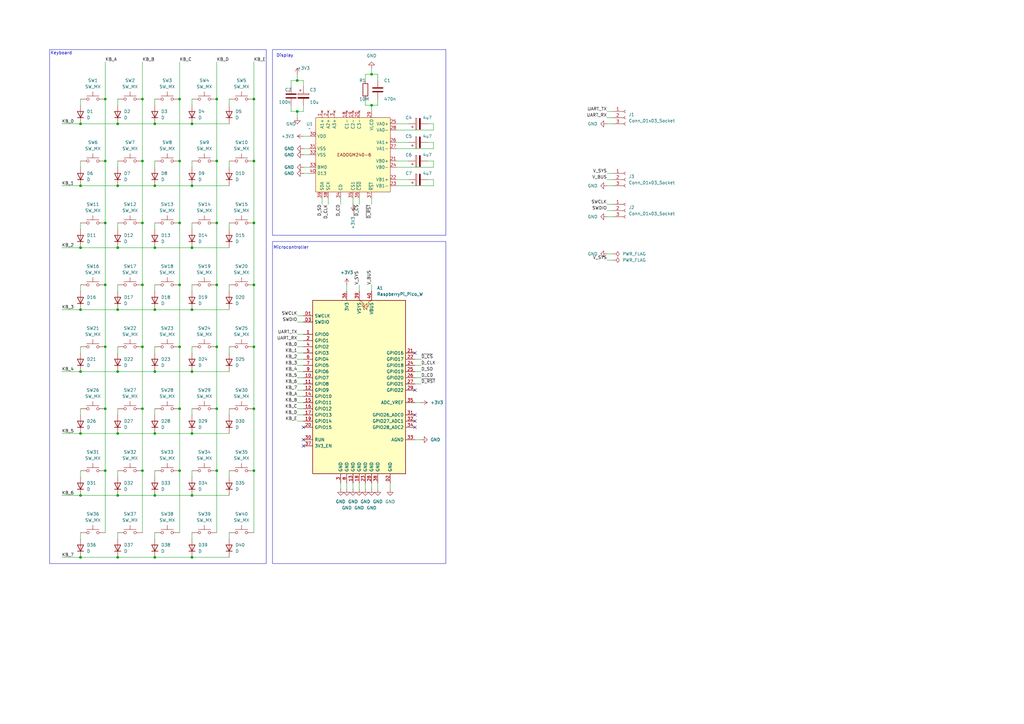
<source format=kicad_sch>
(kicad_sch (version 20231120) (generator "eeschema") (generator_version "8.0")
  (paper "A3")
  (title_block (title "Calculator") (date "2024-11-18") (rev "Rev 1.0") (company "Flavian Kaufmann"))
  (junction (at 78.74 127))
  (junction (at 152.4 43.18))
  (junction (at 43.18 167.64))
  (junction (at 58.42 91.44))
  (junction (at 78.74 203.2))
  (junction (at 63.5 152.4))
  (junction (at 73.66 91.44))
  (junction (at 33.02 50.8))
  (junction (at 58.42 66.04))
  (junction (at 43.18 91.44))
  (junction (at 48.26 152.4))
  (junction (at 43.18 142.24))
  (junction (at 48.26 127))
  (junction (at 104.14 167.64))
  (junction (at 104.14 66.04))
  (junction (at 88.9 193.04))
  (junction (at 78.74 50.8))
  (junction (at 58.42 40.64))
  (junction (at 63.5 101.6))
  (junction (at 58.42 193.04))
  (junction (at 78.74 228.6))
  (junction (at 63.5 127))
  (junction (at 33.02 177.8))
  (junction (at 78.74 152.4))
  (junction (at 88.9 66.04))
  (junction (at 58.42 167.64))
  (junction (at 33.02 152.4))
  (junction (at 58.42 116.84))
  (junction (at 43.18 116.84))
  (junction (at 43.18 40.64))
  (junction (at 43.18 66.04))
  (junction (at 33.02 203.2))
  (junction (at 63.5 50.8))
  (junction (at 104.14 40.64))
  (junction (at 88.9 91.44))
  (junction (at 33.02 228.6))
  (junction (at 73.66 193.04))
  (junction (at 48.26 50.8))
  (junction (at 73.66 142.24))
  (junction (at 152.4 30.48))
  (junction (at 63.5 76.2))
  (junction (at 121.92 45.72))
  (junction (at 58.42 142.24))
  (junction (at 73.66 66.04))
  (junction (at 104.14 91.44))
  (junction (at 88.9 142.24))
  (junction (at 43.18 193.04))
  (junction (at 63.5 177.8))
  (junction (at 33.02 76.2))
  (junction (at 88.9 167.64))
  (junction (at 88.9 116.84))
  (junction (at 48.26 228.6))
  (junction (at 73.66 167.64))
  (junction (at 73.66 40.64))
  (junction (at 63.5 228.6))
  (junction (at 48.26 76.2))
  (junction (at 73.66 116.84))
  (junction (at 121.92 33.02))
  (junction (at 33.02 101.6))
  (junction (at 48.26 101.6))
  (junction (at 88.9 40.64))
  (junction (at 33.02 127))
  (junction (at 48.26 203.2))
  (junction (at 104.14 193.04))
  (junction (at 48.26 177.8))
  (junction (at 63.5 203.2))
  (junction (at 104.14 142.24))
  (junction (at 104.14 116.84))
  (junction (at 78.74 76.2))
  (junction (at 78.74 177.8))
  (junction (at 78.74 101.6))
  (no_connect (at 124.46 175.26))
  (no_connect (at 124.46 182.88))
  (no_connect (at 170.18 144.78))
  (no_connect (at 170.18 160.02))
  (no_connect (at 170.18 175.26))
  (no_connect (at 170.18 172.72))
  (no_connect (at 170.18 170.18))
  (no_connect (at 124.46 180.34))
  (wire (pts (xy 121.92 162.56) (xy 124.46 162.56)))
  (wire (pts (xy 248.92 88.9) (xy 251.46 88.9)))
  (wire (pts (xy 63.5 91.44) (xy 63.5 93.98)))
  (wire (pts (xy 88.9 142.24) (xy 88.9 167.64)))
  (wire (pts (xy 121.92 132.08) (xy 124.46 132.08)))
  (wire (pts (xy 93.98 142.24) (xy 93.98 144.78)))
  (wire (pts (xy 48.26 193.04) (xy 48.26 195.58)))
  (wire (pts (xy 33.02 76.2) (xy 48.26 76.2)))
  (wire (pts (xy 170.18 157.48) (xy 172.72 157.48)))
  (wire (pts (xy 170.18 180.34) (xy 172.72 180.34)))
  (wire (pts (xy 58.42 142.24) (xy 58.42 167.64)))
  (wire (pts (xy 25.4 50.8) (xy 33.02 50.8)))
  (wire (pts (xy 154.94 43.18) (xy 152.4 43.18)))
  (wire (pts (xy 33.02 193.04) (xy 33.02 195.58)))
  (wire (pts (xy 48.26 167.64) (xy 48.26 170.18)))
  (wire (pts (xy 144.78 198.12) (xy 144.78 200.66)))
  (wire (pts (xy 48.26 66.04) (xy 48.26 68.58)))
  (wire (pts (xy 33.02 177.8) (xy 48.26 177.8)))
  (wire (pts (xy 119.38 33.02) (xy 121.92 33.02)))
  (wire (pts (xy 48.26 228.6) (xy 63.5 228.6)))
  (wire (pts (xy 88.9 193.04) (xy 88.9 218.44)))
  (wire (pts (xy 78.74 167.64) (xy 78.74 170.18)))
  (wire (pts (xy 121.92 137.16) (xy 124.46 137.16)))
  (wire (pts (xy 104.14 167.64) (xy 104.14 193.04)))
  (wire (pts (xy 78.74 76.2) (xy 93.98 76.2)))
  (wire (pts (xy 43.18 25.4) (xy 43.18 40.64)))
  (wire (pts (xy 58.42 40.64) (xy 58.42 66.04)))
  (wire (pts (xy 88.9 91.44) (xy 88.9 116.84)))
  (wire (pts (xy 43.18 167.64) (xy 43.18 193.04)))
  (wire (pts (xy 73.66 25.4) (xy 73.66 40.64)))
  (wire (pts (xy 88.9 116.84) (xy 88.9 142.24)))
  (wire (pts (xy 43.18 40.64) (xy 43.18 66.04)))
  (wire (pts (xy 124.46 60.96) (xy 127 60.96)))
  (wire (pts (xy 33.02 40.64) (xy 33.02 43.18)))
  (wire (pts (xy 177.8 60.96) (xy 162.56 60.96)))
  (wire (pts (xy 63.5 127) (xy 78.74 127)))
  (wire (pts (xy 149.86 40.64) (xy 149.86 43.18)))
  (wire (pts (xy 177.8 66.04) (xy 177.8 68.58)))
  (wire (pts (xy 119.38 43.18) (xy 119.38 45.72)))
  (wire (pts (xy 88.9 167.64) (xy 88.9 193.04)))
  (wire (pts (xy 25.4 203.2) (xy 33.02 203.2)))
  (wire (pts (xy 73.66 142.24) (xy 73.66 167.64)))
  (wire (pts (xy 248.92 86.36) (xy 251.46 86.36)))
  (wire (pts (xy 48.26 91.44) (xy 48.26 93.98)))
  (wire (pts (xy 33.02 127) (xy 48.26 127)))
  (wire (pts (xy 48.26 142.24) (xy 48.26 144.78)))
  (wire (pts (xy 58.42 25.4) (xy 58.42 40.64)))
  (wire (pts (xy 33.02 101.6) (xy 48.26 101.6)))
  (wire (pts (xy 25.4 76.2) (xy 33.02 76.2)))
  (wire (pts (xy 33.02 50.8) (xy 48.26 50.8)))
  (wire (pts (xy 93.98 40.64) (xy 93.98 43.18)))
  (wire (pts (xy 33.02 91.44) (xy 33.02 93.98)))
  (wire (pts (xy 63.5 228.6) (xy 78.74 228.6)))
  (wire (pts (xy 121.92 172.72) (xy 124.46 172.72)))
  (wire (pts (xy 248.92 83.82) (xy 251.46 83.82)))
  (wire (pts (xy 48.26 76.2) (xy 63.5 76.2)))
  (wire (pts (xy 93.98 167.64) (xy 93.98 170.18)))
  (wire (pts (xy 121.92 167.64) (xy 124.46 167.64)))
  (wire (pts (xy 93.98 91.44) (xy 93.98 93.98)))
  (wire (pts (xy 93.98 66.04) (xy 93.98 68.58)))
  (wire (pts (xy 121.92 45.72) (xy 121.92 48.26)))
  (wire (pts (xy 78.74 101.6) (xy 93.98 101.6)))
  (wire (pts (xy 121.92 144.78) (xy 124.46 144.78)))
  (wire (pts (xy 175.26 66.04) (xy 177.8 66.04)))
  (wire (pts (xy 124.46 71.12) (xy 127 71.12)))
  (wire (pts (xy 152.4 81.28) (xy 152.4 83.82)))
  (wire (pts (xy 58.42 66.04) (xy 58.42 91.44)))
  (wire (pts (xy 104.14 142.24) (xy 104.14 167.64)))
  (wire (pts (xy 104.14 116.84) (xy 104.14 142.24)))
  (wire (pts (xy 104.14 25.4) (xy 104.14 40.64)))
  (wire (pts (xy 149.86 43.18) (xy 152.4 43.18)))
  (wire (pts (xy 124.46 33.02) (xy 124.46 35.56)))
  (wire (pts (xy 78.74 50.8) (xy 93.98 50.8)))
  (wire (pts (xy 33.02 203.2) (xy 48.26 203.2)))
  (wire (pts (xy 121.92 154.94) (xy 124.46 154.94)))
  (wire (pts (xy 121.92 30.48) (xy 121.92 33.02)))
  (wire (pts (xy 248.92 104.14) (xy 251.46 104.14)))
  (wire (pts (xy 48.26 218.44) (xy 48.26 220.98)))
  (wire (pts (xy 139.7 198.12) (xy 139.7 200.66)))
  (wire (pts (xy 248.92 45.72) (xy 251.46 45.72)))
  (wire (pts (xy 78.74 142.24) (xy 78.74 144.78)))
  (wire (pts (xy 175.26 73.66) (xy 177.8 73.66)))
  (wire (pts (xy 78.74 116.84) (xy 78.74 119.38)))
  (wire (pts (xy 177.8 58.42) (xy 177.8 60.96)))
  (wire (pts (xy 104.14 40.64) (xy 104.14 66.04)))
  (wire (pts (xy 170.18 147.32) (xy 172.72 147.32)))
  (wire (pts (xy 88.9 25.4) (xy 88.9 40.64)))
  (wire (pts (xy 73.66 66.04) (xy 73.66 91.44)))
  (wire (pts (xy 78.74 193.04) (xy 78.74 195.58)))
  (wire (pts (xy 43.18 66.04) (xy 43.18 91.44)))
  (wire (pts (xy 63.5 142.24) (xy 63.5 144.78)))
  (wire (pts (xy 175.26 50.8) (xy 177.8 50.8)))
  (wire (pts (xy 121.92 139.7) (xy 124.46 139.7)))
  (wire (pts (xy 63.5 101.6) (xy 78.74 101.6)))
  (wire (pts (xy 124.46 55.88) (xy 127 55.88)))
  (wire (pts (xy 48.26 203.2) (xy 63.5 203.2)))
  (wire (pts (xy 170.18 165.1) (xy 172.72 165.1)))
  (wire (pts (xy 121.92 160.02) (xy 124.46 160.02)))
  (wire (pts (xy 88.9 40.64) (xy 88.9 66.04)))
  (wire (pts (xy 142.24 116.84) (xy 142.24 119.38)))
  (wire (pts (xy 177.8 50.8) (xy 177.8 53.34)))
  (wire (pts (xy 154.94 40.64) (xy 154.94 43.18)))
  (wire (pts (xy 58.42 167.64) (xy 58.42 193.04)))
  (wire (pts (xy 33.02 218.44) (xy 33.02 220.98)))
  (wire (pts (xy 248.92 106.68) (xy 251.46 106.68)))
  (wire (pts (xy 248.92 76.2) (xy 251.46 76.2)))
  (wire (pts (xy 63.5 40.64) (xy 63.5 43.18)))
  (wire (pts (xy 25.4 101.6) (xy 33.02 101.6)))
  (wire (pts (xy 78.74 177.8) (xy 93.98 177.8)))
  (wire (pts (xy 93.98 218.44) (xy 93.98 220.98)))
  (wire (pts (xy 121.92 165.1) (xy 124.46 165.1)))
  (wire (pts (xy 33.02 66.04) (xy 33.02 68.58)))
  (wire (pts (xy 152.4 27.94) (xy 152.4 30.48)))
  (wire (pts (xy 33.02 152.4) (xy 48.26 152.4)))
  (wire (pts (xy 121.92 152.4) (xy 124.46 152.4)))
  (wire (pts (xy 48.26 177.8) (xy 63.5 177.8)))
  (wire (pts (xy 63.5 193.04) (xy 63.5 195.58)))
  (wire (pts (xy 58.42 193.04) (xy 58.42 218.44)))
  (wire (pts (xy 48.26 116.84) (xy 48.26 119.38)))
  (wire (pts (xy 58.42 116.84) (xy 58.42 142.24)))
  (wire (pts (xy 33.02 142.24) (xy 33.02 144.78)))
  (wire (pts (xy 73.66 167.64) (xy 73.66 193.04)))
  (wire (pts (xy 119.38 35.56) (xy 119.38 33.02)))
  (wire (pts (xy 160.02 198.12) (xy 160.02 200.66)))
  (wire (pts (xy 121.92 157.48) (xy 124.46 157.48)))
  (wire (pts (xy 248.92 71.12) (xy 251.46 71.12)))
  (wire (pts (xy 152.4 43.18) (xy 152.4 45.72)))
  (wire (pts (xy 104.14 91.44) (xy 104.14 116.84)))
  (wire (pts (xy 43.18 91.44) (xy 43.18 116.84)))
  (wire (pts (xy 147.32 198.12) (xy 147.32 200.66)))
  (wire (pts (xy 124.46 63.5) (xy 127 63.5)))
  (wire (pts (xy 63.5 50.8) (xy 78.74 50.8)))
  (wire (pts (xy 63.5 152.4) (xy 78.74 152.4)))
  (wire (pts (xy 25.4 152.4) (xy 33.02 152.4)))
  (wire (pts (xy 170.18 154.94) (xy 172.72 154.94)))
  (wire (pts (xy 121.92 170.18) (xy 124.46 170.18)))
  (wire (pts (xy 25.4 127) (xy 33.02 127)))
  (wire (pts (xy 162.56 58.42) (xy 167.64 58.42)))
  (wire (pts (xy 25.4 228.6) (xy 33.02 228.6)))
  (wire (pts (xy 43.18 142.24) (xy 43.18 167.64)))
  (wire (pts (xy 78.74 203.2) (xy 93.98 203.2)))
  (wire (pts (xy 73.66 193.04) (xy 73.66 218.44)))
  (wire (pts (xy 73.66 40.64) (xy 73.66 66.04)))
  (wire (pts (xy 142.24 198.12) (xy 142.24 200.66)))
  (wire (pts (xy 63.5 177.8) (xy 78.74 177.8)))
  (wire (pts (xy 93.98 116.84) (xy 93.98 119.38)))
  (wire (pts (xy 78.74 218.44) (xy 78.74 220.98)))
  (wire (pts (xy 162.56 50.8) (xy 167.64 50.8)))
  (wire (pts (xy 104.14 66.04) (xy 104.14 91.44)))
  (wire (pts (xy 154.94 198.12) (xy 154.94 200.66)))
  (wire (pts (xy 149.86 30.48) (xy 152.4 30.48)))
  (wire (pts (xy 132.08 81.28) (xy 132.08 83.82)))
  (wire (pts (xy 124.46 45.72) (xy 124.46 43.18)))
  (wire (pts (xy 248.92 73.66) (xy 251.46 73.66)))
  (wire (pts (xy 93.98 193.04) (xy 93.98 195.58)))
  (wire (pts (xy 33.02 228.6) (xy 48.26 228.6)))
  (wire (pts (xy 121.92 149.86) (xy 124.46 149.86)))
  (wire (pts (xy 152.4 30.48) (xy 154.94 30.48)))
  (wire (pts (xy 63.5 218.44) (xy 63.5 220.98)))
  (wire (pts (xy 73.66 116.84) (xy 73.66 142.24)))
  (wire (pts (xy 177.8 76.2) (xy 162.56 76.2)))
  (wire (pts (xy 149.86 33.02) (xy 149.86 30.48)))
  (wire (pts (xy 134.62 81.28) (xy 134.62 83.82)))
  (wire (pts (xy 33.02 116.84) (xy 33.02 119.38)))
  (wire (pts (xy 63.5 76.2) (xy 78.74 76.2)))
  (wire (pts (xy 170.18 149.86) (xy 172.72 149.86)))
  (wire (pts (xy 152.4 116.84) (xy 152.4 119.38)))
  (wire (pts (xy 154.94 30.48) (xy 154.94 33.02)))
  (wire (pts (xy 78.74 91.44) (xy 78.74 93.98)))
  (wire (pts (xy 48.26 40.64) (xy 48.26 43.18)))
  (wire (pts (xy 177.8 68.58) (xy 162.56 68.58)))
  (wire (pts (xy 152.4 198.12) (xy 152.4 200.66)))
  (wire (pts (xy 119.38 45.72) (xy 121.92 45.72)))
  (wire (pts (xy 177.8 53.34) (xy 162.56 53.34)))
  (wire (pts (xy 149.86 198.12) (xy 149.86 200.66)))
  (wire (pts (xy 63.5 66.04) (xy 63.5 68.58)))
  (wire (pts (xy 124.46 68.58) (xy 127 68.58)))
  (wire (pts (xy 78.74 40.64) (xy 78.74 43.18)))
  (wire (pts (xy 48.26 152.4) (xy 63.5 152.4)))
  (wire (pts (xy 147.32 81.28) (xy 147.32 83.82)))
  (wire (pts (xy 73.66 91.44) (xy 73.66 116.84)))
  (wire (pts (xy 121.92 33.02) (xy 124.46 33.02)))
  (wire (pts (xy 78.74 127) (xy 93.98 127)))
  (wire (pts (xy 177.8 73.66) (xy 177.8 76.2)))
  (wire (pts (xy 248.92 48.26) (xy 251.46 48.26)))
  (wire (pts (xy 121.92 142.24) (xy 124.46 142.24)))
  (wire (pts (xy 58.42 91.44) (xy 58.42 116.84)))
  (wire (pts (xy 121.92 147.32) (xy 124.46 147.32)))
  (wire (pts (xy 78.74 152.4) (xy 93.98 152.4)))
  (wire (pts (xy 162.56 66.04) (xy 167.64 66.04)))
  (wire (pts (xy 78.74 228.6) (xy 93.98 228.6)))
  (wire (pts (xy 144.78 81.28) (xy 144.78 83.82)))
  (wire (pts (xy 88.9 66.04) (xy 88.9 91.44)))
  (wire (pts (xy 175.26 58.42) (xy 177.8 58.42)))
  (wire (pts (xy 78.74 66.04) (xy 78.74 68.58)))
  (wire (pts (xy 63.5 116.84) (xy 63.5 119.38)))
  (wire (pts (xy 25.4 177.8) (xy 33.02 177.8)))
  (wire (pts (xy 63.5 203.2) (xy 78.74 203.2)))
  (wire (pts (xy 63.5 167.64) (xy 63.5 170.18)))
  (wire (pts (xy 121.92 129.54) (xy 124.46 129.54)))
  (wire (pts (xy 48.26 127) (xy 63.5 127)))
  (wire (pts (xy 139.7 81.28) (xy 139.7 83.82)))
  (wire (pts (xy 48.26 101.6) (xy 63.5 101.6)))
  (wire (pts (xy 170.18 152.4) (xy 172.72 152.4)))
  (wire (pts (xy 162.56 73.66) (xy 167.64 73.66)))
  (wire (pts (xy 33.02 167.64) (xy 33.02 170.18)))
  (wire (pts (xy 121.92 45.72) (xy 124.46 45.72)))
  (wire (pts (xy 104.14 193.04) (xy 104.14 218.44)))
  (wire (pts (xy 43.18 193.04) (xy 43.18 218.44)))
  (wire (pts (xy 43.18 116.84) (xy 43.18 142.24)))
  (wire (pts (xy 147.32 116.84) (xy 147.32 119.38)))
  (wire (pts (xy 48.26 50.8) (xy 63.5 50.8)))
  (wire (pts (xy 248.92 50.8) (xy 251.46 50.8)))
  (rectangle (start 111.76 99.06) (end 182.88 231.14))
  (rectangle (start 20.32 20.32) (end 109.22 231.14))
  (rectangle (start 111.76 20.32) (end 182.88 96.52))
  (text "Microcontroller" (at 119.38 101.6 0) (effects (font (size 1.27 1.27))))
  (text "Display" (at 116.84 22.86 0) (effects (font (size 1.27 1.27))))
  (text "Keyboard" (at 25.146 21.844 0) (effects (font (size 1.27 1.27))))
  (label "KB_D" (at 88.9 25.4 0))
  (label "~{D_RST}" (at 152.4 83.82 270))
  (label "KB_0" (at 25.4 50.8 0))
  (label "KB_5" (at 25.4 177.8 0))
  (label "D_CD" (at 139.7 83.82 270))
  (label "V_SYS" (at 248.92 106.68 180))
  (label "KB_0" (at 121.92 142.24 180))
  (label "KB_E" (at 104.14 25.4 0))
  (label "KB_4" (at 25.4 152.4 0))
  (label "KB_4" (at 121.92 152.4 180))
  (label "UART_RX" (at 121.92 139.7 180))
  (label "D_CLK" (at 134.62 83.82 270))
  (label "SWDIO" (at 121.92 132.08 180))
  (label "KB_3" (at 121.92 149.86 180))
  (label "KB_A" (at 43.18 25.4 0))
  (label "D_CLK" (at 172.72 149.86 0))
  (label "V_BUS" (at 152.4 116.84 90))
  (label "KB_B" (at 121.92 165.1 180))
  (label "KB_D" (at 121.92 170.18 180))
  (label "KB_3" (at 25.4 127 0))
  (label "~{D_RST}" (at 172.72 157.48 0))
  (label "SWCLK" (at 248.92 83.82 180))
  (label "SWDIO" (at 248.92 86.36 180))
  (label "~{D_CS}" (at 147.32 83.82 270))
  (label "UART_TX" (at 121.92 137.16 180))
  (label "KB_7" (at 121.92 160.02 180))
  (label "V_BUS" (at 248.92 73.66 180))
  (label "KB_A" (at 121.92 162.56 180))
  (label "KB_5" (at 121.92 154.94 180))
  (label "KB_6" (at 25.4 203.2 0))
  (label "KB_C" (at 73.66 25.4 0))
  (label "KB_1" (at 121.92 144.78 180))
  (label "KB_2" (at 121.92 147.32 180))
  (label "D_CD" (at 172.72 154.94 0))
  (label "D_SD" (at 132.08 83.82 270))
  (label "KB_B" (at 58.42 25.4 0))
  (label "V_SYS" (at 147.32 116.84 90))
  (label "KB_6" (at 121.92 157.48 180))
  (label "KB_C" (at 121.92 167.64 180))
  (label "KB_1" (at 25.4 76.2 0))
  (label "V_SYS" (at 248.92 71.12 180))
  (label "UART_TX" (at 248.92 45.72 180))
  (label "UART_RX" (at 248.92 48.26 180))
  (label "KB_E" (at 121.92 172.72 180))
  (label "D_SD" (at 172.72 152.4 0))
  (label "KB_7" (at 25.4 228.6 0))
  (label "KB_2" (at 25.4 101.6 0))
  (label "SWCLK" (at 121.92 129.54 180))
  (label "~{D_CS}" (at 172.72 147.32 0))
  (symbol (lib_id "Connector:Conn_01x03_Socket") (at 256.54 86.36 0) (unit 1)
    (property "Reference" "J2" (at 257.81 85.0899 0) (effects (justify left)))
    (property "Value" "Conn_01x03_Socket" (at 257.81 87.6299 0) (effects (justify left)))
    (property "Footprint" "Connector_PinSocket_2.54mm:PinSocket_1x03_P2.54mm_Horizontal" (effects (hide yes)))
    (property "Description" "Generic connector, single row, 01x03, script generated" (effects (hide yes)))
  )
  (symbol (lib_id "Switch:SW_Push") (at 99.06 116.84 0) (unit 1)
    (property "Reference" "SW20" (at 99.06 109.22 0))
    (property "Value" "SW_MX" (at 99.06 111.76 0))
    (property "Footprint" "calc:MX2A-E1NW" (effects (hide yes)))
    (property "Description" "Push button switch, generic, two pins" (effects (hide yes)))
  )
  (symbol (lib_id "power:+3V3") (at 121.92 30.48 0) (unit 1)
    (property "Reference" "#PWR09" (effects (hide yes)))
    (property "Value" "+3V3" (at 124.46 27.94 0))
    (property "Description" "Power symbol creates a global label with name \"+3V3\"" (effects (hide yes)))
  )
  (symbol (lib_id "Device:D") (at 93.98 199.39 90) (unit 1)
    (property "Reference" "D35" (at 96.52 198.1199 90) (effects (justify right)))
    (property "Value" "D" (at 96.52 200.6599 90) (effects (justify right)))
    (property "Footprint" "Diode_THT:D_DO-41_SOD81_P7.62mm_Horizontal" (effects (hide yes)))
    (property "Description" "Diode" (effects (hide yes)))
    (property "Sim.Device" "D" (effects (hide yes)))
    (property "Sim.Pins" "1=K 2=A" (effects (hide yes)))
  )
  (symbol (lib_id "Device:D") (at 78.74 173.99 90) (unit 1)
    (property "Reference" "D29" (at 81.28 172.7199 90) (effects (justify right)))
    (property "Value" "D" (at 81.28 175.2599 90) (effects (justify right)))
    (property "Footprint" "Diode_THT:D_DO-41_SOD81_P7.62mm_Horizontal" (effects (hide yes)))
    (property "Description" "Diode" (effects (hide yes)))
    (property "Sim.Device" "D" (effects (hide yes)))
    (property "Sim.Pins" "1=K 2=A" (effects (hide yes)))
  )
  (symbol (lib_id "Device:D") (at 63.5 199.39 90) (unit 1)
    (property "Reference" "D33" (at 66.04 198.1199 90) (effects (justify right)))
    (property "Value" "D" (at 66.04 200.6599 90) (effects (justify right)))
    (property "Footprint" "Diode_THT:D_DO-41_SOD81_P7.62mm_Horizontal" (effects (hide yes)))
    (property "Description" "Diode" (effects (hide yes)))
    (property "Sim.Device" "D" (effects (hide yes)))
    (property "Sim.Pins" "1=K 2=A" (effects (hide yes)))
  )
  (symbol (lib_id "power:+3V3") (at 124.46 55.88 90) (unit 1)
    (property "Reference" "#PWR02" (effects (hide yes)))
    (property "Value" "+3V3" (at 120.65 55.8799 90) (effects (justify left)))
    (property "Description" "Power symbol creates a global label with name \"+3V3\"" (effects (hide yes)))
  )
  (symbol (lib_id "Switch:SW_Push") (at 83.82 193.04 0) (unit 1)
    (property "Reference" "SW34" (at 83.82 185.42 0))
    (property "Value" "SW_MX" (at 83.82 187.96 0))
    (property "Footprint" "calc:MX2A-E1NW" (effects (hide yes)))
    (property "Description" "Push button switch, generic, two pins" (effects (hide yes)))
  )
  (symbol (lib_id "power:GND") (at 160.02 200.66 0) (unit 1)
    (property "Reference" "#PWR022" (effects (hide yes)))
    (property "Value" "GND" (at 160.02 205.74 0))
    (property "Description" "Power symbol creates a global label with name \"GND\" , ground" (effects (hide yes)))
  )
  (symbol (lib_id "Switch:SW_Push") (at 83.82 218.44 0) (unit 1)
    (property "Reference" "SW39" (at 83.82 210.82 0))
    (property "Value" "SW_MX" (at 83.82 213.36 0))
    (property "Footprint" "calc:MX2A-E1NW" (effects (hide yes)))
    (property "Description" "Push button switch, generic, two pins" (effects (hide yes)))
  )
  (symbol (lib_id "power:GND") (at 124.46 60.96 270) (unit 1)
    (property "Reference" "#PWR03" (effects (hide yes)))
    (property "Value" "GND" (at 120.65 60.9599 90) (effects (justify right)))
    (property "Description" "Power symbol creates a global label with name \"GND\" , ground" (effects (hide yes)))
  )
  (symbol (lib_id "Switch:SW_Push") (at 68.58 40.64 0) (unit 1)
    (property "Reference" "SW3" (at 68.58 33.02 0))
    (property "Value" "SW_MX" (at 68.58 35.56 0))
    (property "Footprint" "calc:MX2A-E1NW" (effects (hide yes)))
    (property "Description" "Push button switch, generic, two pins" (effects (hide yes)))
  )
  (symbol (lib_id "Device:C") (at 119.38 39.37 0) (unit 1)
    (property "Reference" "C2" (at 116.84 36.83 0) (effects (justify left)))
    (property "Value" "100n" (at 114.3 41.91 0) (effects (justify left)))
    (property "Footprint" "Capacitor_THT:C_Rect_L4.0mm_W2.5mm_P2.50mm" (effects (hide yes)))
    (property "Description" "Unpolarized capacitor" (effects (hide yes)))
  )
  (symbol (lib_id "Switch:SW_Push") (at 83.82 167.64 0) (unit 1)
    (property "Reference" "SW29" (at 83.82 160.02 0))
    (property "Value" "SW_MX" (at 83.82 162.56 0))
    (property "Footprint" "calc:MX2A-E1NW" (effects (hide yes)))
    (property "Description" "Push button switch, generic, two pins" (effects (hide yes)))
  )
  (symbol (lib_id "Device:D") (at 63.5 97.79 90) (unit 1)
    (property "Reference" "D13" (at 66.04 96.5199 90) (effects (justify right)))
    (property "Value" "D" (at 66.04 99.0599 90) (effects (justify right)))
    (property "Footprint" "Diode_THT:D_DO-41_SOD81_P7.62mm_Horizontal" (effects (hide yes)))
    (property "Description" "Diode" (effects (hide yes)))
    (property "Sim.Device" "D" (effects (hide yes)))
    (property "Sim.Pins" "1=K 2=A" (effects (hide yes)))
  )
  (symbol (lib_id "Switch:SW_Push") (at 53.34 218.44 0) (unit 1)
    (property "Reference" "SW37" (at 53.34 210.82 0))
    (property "Value" "SW_MX" (at 53.34 213.36 0))
    (property "Footprint" "calc:MX2A-E1NW" (effects (hide yes)))
    (property "Description" "Push button switch, generic, two pins" (effects (hide yes)))
  )
  (symbol (lib_id "Switch:SW_Push") (at 38.1 167.64 0) (unit 1)
    (property "Reference" "SW26" (at 38.1 160.02 0))
    (property "Value" "SW_MX" (at 38.1 162.56 0))
    (property "Footprint" "calc:MX2A-E1NW" (effects (hide yes)))
    (property "Description" "Push button switch, generic, two pins" (effects (hide yes)))
  )
  (symbol (lib_id "Device:D") (at 48.26 173.99 90) (unit 1)
    (property "Reference" "D27" (at 50.8 172.7199 90) (effects (justify right)))
    (property "Value" "D" (at 50.8 175.2599 90) (effects (justify right)))
    (property "Footprint" "Diode_THT:D_DO-41_SOD81_P7.62mm_Horizontal" (effects (hide yes)))
    (property "Description" "Diode" (effects (hide yes)))
    (property "Sim.Device" "D" (effects (hide yes)))
    (property "Sim.Pins" "1=K 2=A" (effects (hide yes)))
  )
  (symbol (lib_id "power:GND") (at 139.7 200.66 0) (unit 1)
    (property "Reference" "#PWR016" (effects (hide yes)))
    (property "Value" "GND" (at 139.7 205.74 0))
    (property "Description" "Power symbol creates a global label with name \"GND\" , ground" (effects (hide yes)))
  )
  (symbol (lib_id "Device:D") (at 33.02 199.39 90) (unit 1)
    (property "Reference" "D31" (at 35.56 198.1199 90) (effects (justify right)))
    (property "Value" "D" (at 35.56 200.6599 90) (effects (justify right)))
    (property "Footprint" "Diode_THT:D_DO-41_SOD81_P7.62mm_Horizontal" (effects (hide yes)))
    (property "Description" "Diode" (effects (hide yes)))
    (property "Sim.Device" "D" (effects (hide yes)))
    (property "Sim.Pins" "1=K 2=A" (effects (hide yes)))
  )
  (symbol (lib_id "Switch:SW_Push") (at 83.82 66.04 0) (unit 1)
    (property "Reference" "SW9" (at 83.82 58.42 0))
    (property "Value" "SW_MX" (at 83.82 60.96 0))
    (property "Footprint" "calc:MX2A-E1NW" (effects (hide yes)))
    (property "Description" "Push button switch, generic, two pins" (effects (hide yes)))
  )
  (symbol (lib_id "Device:D") (at 78.74 46.99 90) (unit 1)
    (property "Reference" "D4" (at 81.28 45.7199 90) (effects (justify right)))
    (property "Value" "D" (at 81.28 48.2599 90) (effects (justify right)))
    (property "Footprint" "Diode_THT:D_DO-41_SOD81_P7.62mm_Horizontal" (effects (hide yes)))
    (property "Description" "Diode" (effects (hide yes)))
    (property "Sim.Device" "D" (effects (hide yes)))
    (property "Sim.Pins" "1=K 2=A" (effects (hide yes)))
  )
  (symbol (lib_id "Switch:SW_Push") (at 68.58 66.04 0) (unit 1)
    (property "Reference" "SW8" (at 68.58 58.42 0))
    (property "Value" "SW_MX" (at 68.58 60.96 0))
    (property "Footprint" "calc:MX2A-E1NW" (effects (hide yes)))
    (property "Description" "Push button switch, generic, two pins" (effects (hide yes)))
  )
  (symbol (lib_id "Connector:Conn_01x03_Socket") (at 256.54 48.26 0) (unit 1)
    (property "Reference" "J1" (at 257.81 46.9899 0) (effects (justify left)))
    (property "Value" "Conn_01x03_Socket" (at 257.81 49.5299 0) (effects (justify left)))
    (property "Footprint" "Connector_PinSocket_2.54mm:PinSocket_1x03_P2.54mm_Horizontal" (effects (hide yes)))
    (property "Description" "Generic connector, single row, 01x03, script generated" (effects (hide yes)))
  )
  (symbol (lib_id "power:GND") (at 152.4 27.94 180) (unit 1)
    (property "Reference" "#PWR07" (effects (hide yes)))
    (property "Value" "GND" (at 152.4 22.86 0))
    (property "Description" "Power symbol creates a global label with name \"GND\" , ground" (effects (hide yes)))
  )
  (symbol (lib_id "Device:D") (at 48.26 148.59 90) (unit 1)
    (property "Reference" "D22" (at 50.8 147.3199 90) (effects (justify right)))
    (property "Value" "D" (at 50.8 149.8599 90) (effects (justify right)))
    (property "Footprint" "Diode_THT:D_DO-41_SOD81_P7.62mm_Horizontal" (effects (hide yes)))
    (property "Description" "Diode" (effects (hide yes)))
    (property "Sim.Device" "D" (effects (hide yes)))
    (property "Sim.Pins" "1=K 2=A" (effects (hide yes)))
  )
  (symbol (lib_id "Switch:SW_Push") (at 83.82 40.64 0) (unit 1)
    (property "Reference" "SW4" (at 83.82 33.02 0))
    (property "Value" "SW_MX" (at 83.82 35.56 0))
    (property "Footprint" "calc:MX2A-E1NW" (effects (hide yes)))
    (property "Description" "Push button switch, generic, two pins" (effects (hide yes)))
  )
  (symbol (lib_id "power:+3V3") (at 172.72 165.1 270) (unit 1)
    (property "Reference" "#PWR010" (effects (hide yes)))
    (property "Value" "+3V3" (at 176.53 165.0999 90) (effects (justify left)))
    (property "Description" "Power symbol creates a global label with name \"+3V3\"" (effects (hide yes)))
  )
  (symbol (lib_id "power:GND") (at 142.24 200.66 0) (unit 1)
    (property "Reference" "#PWR015" (effects (hide yes)))
    (property "Value" "GND" (at 142.24 208.28 0))
    (property "Description" "Power symbol creates a global label with name \"GND\" , ground" (effects (hide yes)))
  )
  (symbol (lib_id "Device:D") (at 33.02 123.19 90) (unit 1)
    (property "Reference" "D16" (at 35.56 121.9199 90) (effects (justify right)))
    (property "Value" "D" (at 35.56 124.4599 90) (effects (justify right)))
    (property "Footprint" "Diode_THT:D_DO-41_SOD81_P7.62mm_Horizontal" (effects (hide yes)))
    (property "Description" "Diode" (effects (hide yes)))
    (property "Sim.Device" "D" (effects (hide yes)))
    (property "Sim.Pins" "1=K 2=A" (effects (hide yes)))
  )
  (symbol (lib_id "Device:D") (at 63.5 224.79 90) (unit 1)
    (property "Reference" "D38" (at 66.04 223.5199 90) (effects (justify right)))
    (property "Value" "D" (at 66.04 226.0599 90) (effects (justify right)))
    (property "Footprint" "Diode_THT:D_DO-41_SOD81_P7.62mm_Horizontal" (effects (hide yes)))
    (property "Description" "Diode" (effects (hide yes)))
    (property "Sim.Device" "D" (effects (hide yes)))
    (property "Sim.Pins" "1=K 2=A" (effects (hide yes)))
  )
  (symbol (lib_id "Device:D") (at 33.02 173.99 90) (unit 1)
    (property "Reference" "D26" (at 35.56 172.7199 90) (effects (justify right)))
    (property "Value" "D" (at 35.56 175.2599 90) (effects (justify right)))
    (property "Footprint" "Diode_THT:D_DO-41_SOD81_P7.62mm_Horizontal" (effects (hide yes)))
    (property "Description" "Diode" (effects (hide yes)))
    (property "Sim.Device" "D" (effects (hide yes)))
    (property "Sim.Pins" "1=K 2=A" (effects (hide yes)))
  )
  (symbol (lib_id "Device:R") (at 149.86 36.83 0) (unit 1)
    (property "Reference" "R1" (at 147.32 33.02 0) (effects (justify left)))
    (property "Value" "10M" (at 147.32 40.64 0) (effects (justify left)))
    (property "Footprint" "Resistor_THT:R_Axial_DIN0207_L6.3mm_D2.5mm_P7.62mm_Horizontal" (effects (hide yes)))
    (property "Description" "Resistor" (effects (hide yes)))
  )
  (symbol (lib_id "Device:D") (at 63.5 46.99 90) (unit 1)
    (property "Reference" "D3" (at 66.04 45.7199 90) (effects (justify right)))
    (property "Value" "D" (at 66.04 48.2599 90) (effects (justify right)))
    (property "Footprint" "Diode_THT:D_DO-41_SOD81_P7.62mm_Horizontal" (effects (hide yes)))
    (property "Description" "Diode" (effects (hide yes)))
    (property "Sim.Device" "D" (effects (hide yes)))
    (property "Sim.Pins" "1=K 2=A" (effects (hide yes)))
  )
  (symbol (lib_id "Switch:SW_Push") (at 68.58 91.44 0) (unit 1)
    (property "Reference" "SW13" (at 68.58 83.82 0))
    (property "Value" "SW_MX" (at 68.58 86.36 0))
    (property "Footprint" "calc:MX2A-E1NW" (effects (hide yes)))
    (property "Description" "Push button switch, generic, two pins" (effects (hide yes)))
  )
  (symbol (lib_id "power:GND") (at 124.46 71.12 270) (unit 1)
    (property "Reference" "#PWR06" (effects (hide yes)))
    (property "Value" "GND" (at 120.65 71.1199 90) (effects (justify right)))
    (property "Description" "Power symbol creates a global label with name \"GND\" , ground" (effects (hide yes)))
  )
  (symbol (lib_id "Device:D") (at 33.02 224.79 90) (unit 1)
    (property "Reference" "D36" (at 35.56 223.5199 90) (effects (justify right)))
    (property "Value" "D" (at 35.56 226.0599 90) (effects (justify right)))
    (property "Footprint" "Diode_THT:D_DO-41_SOD81_P7.62mm_Horizontal" (effects (hide yes)))
    (property "Description" "Diode" (effects (hide yes)))
    (property "Sim.Device" "D" (effects (hide yes)))
    (property "Sim.Pins" "1=K 2=A" (effects (hide yes)))
  )
  (symbol (lib_id "Switch:SW_Push") (at 53.34 116.84 0) (unit 1)
    (property "Reference" "SW17" (at 53.34 109.22 0))
    (property "Value" "SW_MX" (at 53.34 111.76 0))
    (property "Footprint" "calc:MX2A-E1NW" (effects (hide yes)))
    (property "Description" "Push button switch, generic, two pins" (effects (hide yes)))
  )
  (symbol (lib_id "Switch:SW_Push") (at 99.06 66.04 0) (unit 1)
    (property "Reference" "SW10" (at 99.06 58.42 0))
    (property "Value" "SW_MX" (at 99.06 60.96 0))
    (property "Footprint" "calc:MX2A-E1NW" (effects (hide yes)))
    (property "Description" "Push button switch, generic, two pins" (effects (hide yes)))
  )
  (symbol (lib_id "Switch:SW_Push") (at 68.58 218.44 0) (unit 1)
    (property "Reference" "SW38" (at 68.58 210.82 0))
    (property "Value" "SW_MX" (at 68.58 213.36 0))
    (property "Footprint" "calc:MX2A-E1NW" (effects (hide yes)))
    (property "Description" "Push button switch, generic, two pins" (effects (hide yes)))
  )
  (symbol (lib_id "Switch:SW_Push") (at 38.1 142.24 0) (unit 1)
    (property "Reference" "SW21" (at 38.1 134.62 0))
    (property "Value" "SW_MX" (at 38.1 137.16 0))
    (property "Footprint" "calc:MX2A-E1NW" (effects (hide yes)))
    (property "Description" "Push button switch, generic, two pins" (effects (hide yes)))
  )
  (symbol (lib_id "power:GND") (at 147.32 200.66 0) (unit 1)
    (property "Reference" "#PWR012" (effects (hide yes)))
    (property "Value" "GND" (at 147.32 208.28 0))
    (property "Description" "Power symbol creates a global label with name \"GND\" , ground" (effects (hide yes)))
  )
  (symbol (lib_id "Switch:SW_Push") (at 53.34 193.04 0) (unit 1)
    (property "Reference" "SW32" (at 53.34 185.42 0))
    (property "Value" "SW_MX" (at 53.34 187.96 0))
    (property "Footprint" "calc:MX2A-E1NW" (effects (hide yes)))
    (property "Description" "Push button switch, generic, two pins" (effects (hide yes)))
  )
  (symbol (lib_id "Device:D") (at 93.98 123.19 90) (unit 1)
    (property "Reference" "D20" (at 96.52 121.9199 90) (effects (justify right)))
    (property "Value" "D" (at 96.52 124.4599 90) (effects (justify right)))
    (property "Footprint" "Diode_THT:D_DO-41_SOD81_P7.62mm_Horizontal" (effects (hide yes)))
    (property "Description" "Diode" (effects (hide yes)))
    (property "Sim.Device" "D" (effects (hide yes)))
    (property "Sim.Pins" "1=K 2=A" (effects (hide yes)))
  )
  (symbol (lib_id "Device:D") (at 33.02 97.79 90) (unit 1)
    (property "Reference" "D11" (at 35.56 96.5199 90) (effects (justify right)))
    (property "Value" "D" (at 35.56 99.0599 90) (effects (justify right)))
    (property "Footprint" "Diode_THT:D_DO-41_SOD81_P7.62mm_Horizontal" (effects (hide yes)))
    (property "Description" "Diode" (effects (hide yes)))
    (property "Sim.Device" "D" (effects (hide yes)))
    (property "Sim.Pins" "1=K 2=A" (effects (hide yes)))
  )
  (symbol (lib_id "Connector:Conn_01x03_Socket") (at 256.54 73.66 0) (unit 1)
    (property "Reference" "J3" (at 257.81 72.3899 0) (effects (justify left)))
    (property "Value" "Conn_01x03_Socket" (at 257.81 74.9299 0) (effects (justify left)))
    (property "Footprint" "Connector_PinSocket_2.54mm:PinSocket_1x03_P2.54mm_Horizontal" (effects (hide yes)))
    (property "Description" "Generic connector, single row, 01x03, script generated" (effects (hide yes)))
  )
  (symbol (lib_id "Switch:SW_Push") (at 53.34 142.24 0) (unit 1)
    (property "Reference" "SW22" (at 53.34 134.62 0))
    (property "Value" "SW_MX" (at 53.34 137.16 0))
    (property "Footprint" "calc:MX2A-E1NW" (effects (hide yes)))
    (property "Description" "Push button switch, generic, two pins" (effects (hide yes)))
  )
  (symbol (lib_id "Switch:SW_Push") (at 99.06 91.44 0) (unit 1)
    (property "Reference" "SW15" (at 99.06 83.82 0))
    (property "Value" "SW_MX" (at 99.06 86.36 0))
    (property "Footprint" "calc:MX2A-E1NW" (effects (hide yes)))
    (property "Description" "Push button switch, generic, two pins" (effects (hide yes)))
  )
  (symbol (lib_id "Device:C_Polarized") (at 171.45 58.42 90) (unit 1)
    (property "Reference" "C5" (at 167.64 55.88 90))
    (property "Value" "4u7" (at 175.26 55.88 90))
    (property "Footprint" "Capacitor_THT:CP_Radial_D5.0mm_P2.50mm" (effects (hide yes)))
    (property "Description" "Polarized capacitor" (effects (hide yes)))
  )
  (symbol (lib_id "Device:D") (at 93.98 148.59 90) (unit 1)
    (property "Reference" "D25" (at 96.52 147.3199 90) (effects (justify right)))
    (property "Value" "D" (at 96.52 149.8599 90) (effects (justify right)))
    (property "Footprint" "Diode_THT:D_DO-41_SOD81_P7.62mm_Horizontal" (effects (hide yes)))
    (property "Description" "Diode" (effects (hide yes)))
    (property "Sim.Device" "D" (effects (hide yes)))
    (property "Sim.Pins" "1=K 2=A" (effects (hide yes)))
  )
  (symbol (lib_id "Device:D") (at 78.74 97.79 90) (unit 1)
    (property "Reference" "D14" (at 81.28 96.5199 90) (effects (justify right)))
    (property "Value" "D" (at 81.28 99.0599 90) (effects (justify right)))
    (property "Footprint" "Diode_THT:D_DO-41_SOD81_P7.62mm_Horizontal" (effects (hide yes)))
    (property "Description" "Diode" (effects (hide yes)))
    (property "Sim.Device" "D" (effects (hide yes)))
    (property "Sim.Pins" "1=K 2=A" (effects (hide yes)))
  )
  (symbol (lib_id "Device:D") (at 48.26 97.79 90) (unit 1)
    (property "Reference" "D12" (at 50.8 96.5199 90) (effects (justify right)))
    (property "Value" "D" (at 50.8 99.0599 90) (effects (justify right)))
    (property "Footprint" "Diode_THT:D_DO-41_SOD81_P7.62mm_Horizontal" (effects (hide yes)))
    (property "Description" "Diode" (effects (hide yes)))
    (property "Sim.Device" "D" (effects (hide yes)))
    (property "Sim.Pins" "1=K 2=A" (effects (hide yes)))
  )
  (symbol (lib_id "power:GND") (at 144.78 200.66 0) (unit 1)
    (property "Reference" "#PWR014" (effects (hide yes)))
    (property "Value" "GND" (at 144.78 205.74 0))
    (property "Description" "Power symbol creates a global label with name \"GND\" , ground" (effects (hide yes)))
  )
  (symbol (lib_id "Device:D") (at 93.98 46.99 90) (unit 1)
    (property "Reference" "D5" (at 96.52 45.7199 90) (effects (justify right)))
    (property "Value" "D" (at 96.52 48.2599 90) (effects (justify right)))
    (property "Footprint" "Diode_THT:D_DO-41_SOD81_P7.62mm_Horizontal" (effects (hide yes)))
    (property "Description" "Diode" (effects (hide yes)))
    (property "Sim.Device" "D" (effects (hide yes)))
    (property "Sim.Pins" "1=K 2=A" (effects (hide yes)))
  )
  (symbol (lib_id "Switch:SW_Push") (at 38.1 66.04 0) (unit 1)
    (property "Reference" "SW6" (at 38.1 58.42 0))
    (property "Value" "SW_MX" (at 38.1 60.96 0))
    (property "Footprint" "calc:MX2A-E1NW" (effects (hide yes)))
    (property "Description" "Push button switch, generic, two pins" (effects (hide yes)))
  )
  (symbol (lib_id "Switch:SW_Push") (at 68.58 116.84 0) (unit 1)
    (property "Reference" "SW18" (at 68.58 109.22 0))
    (property "Value" "SW_MX" (at 68.58 111.76 0))
    (property "Footprint" "calc:MX2A-E1NW" (effects (hide yes)))
    (property "Description" "Push button switch, generic, two pins" (effects (hide yes)))
  )
  (symbol (lib_id "Device:D") (at 78.74 72.39 90) (unit 1)
    (property "Reference" "D9" (at 81.28 71.1199 90) (effects (justify right)))
    (property "Value" "D" (at 81.28 73.6599 90) (effects (justify right)))
    (property "Footprint" "Diode_THT:D_DO-41_SOD81_P7.62mm_Horizontal" (effects (hide yes)))
    (property "Description" "Diode" (effects (hide yes)))
    (property "Sim.Device" "D" (effects (hide yes)))
    (property "Sim.Pins" "1=K 2=A" (effects (hide yes)))
  )
  (symbol (lib_id "Device:D") (at 93.98 72.39 90) (unit 1)
    (property "Reference" "D10" (at 96.52 71.1199 90) (effects (justify right)))
    (property "Value" "D" (at 96.52 73.6599 90) (effects (justify right)))
    (property "Footprint" "Diode_THT:D_DO-41_SOD81_P7.62mm_Horizontal" (effects (hide yes)))
    (property "Description" "Diode" (effects (hide yes)))
    (property "Sim.Device" "D" (effects (hide yes)))
    (property "Sim.Pins" "1=K 2=A" (effects (hide yes)))
  )
  (symbol (lib_id "power:GND") (at 149.86 200.66 0) (unit 1)
    (property "Reference" "#PWR017" (effects (hide yes)))
    (property "Value" "GND" (at 149.86 205.74 0))
    (property "Description" "Power symbol creates a global label with name \"GND\" , ground" (effects (hide yes)))
  )
  (symbol (lib_id "Switch:SW_Push") (at 83.82 91.44 0) (unit 1)
    (property "Reference" "SW14" (at 83.82 83.82 0))
    (property "Value" "SW_MX" (at 83.82 86.36 0))
    (property "Footprint" "calc:MX2A-E1NW" (effects (hide yes)))
    (property "Description" "Push button switch, generic, two pins" (effects (hide yes)))
  )
  (symbol (lib_id "Device:C_Polarized") (at 124.46 39.37 0) (unit 1)
    (property "Reference" "C3" (at 127 36.83 0) (effects (justify left)))
    (property "Value" "10u" (at 127 41.91 0) (effects (justify left)))
    (property "Footprint" "Capacitor_THT:CP_Radial_D5.0mm_P2.50mm" (effects (hide yes)))
    (property "Description" "Polarized capacitor" (effects (hide yes)))
  )
  (symbol (lib_id "power:GND") (at 248.92 50.8 270) (unit 1)
    (property "Reference" "#PWR018" (effects (hide yes)))
    (property "Value" "GND" (at 245.11 50.7999 90) (effects (justify right)))
    (property "Description" "Power symbol creates a global label with name \"GND\" , ground" (effects (hide yes)))
  )
  (symbol (lib_id "Device:C_Polarized") (at 171.45 50.8 90) (unit 1)
    (property "Reference" "C4" (at 167.64 48.26 90))
    (property "Value" "4u7" (at 175.26 48.26 90))
    (property "Footprint" "Capacitor_THT:CP_Radial_D5.0mm_P2.50mm" (effects (hide yes)))
    (property "Description" "Polarized capacitor" (effects (hide yes)))
  )
  (symbol (lib_id "power:PWR_FLAG") (at 251.46 104.14 270) (unit 1)
    (property "Reference" "#FLG02" (effects (hide yes)))
    (property "Value" "PWR_FLAG" (at 255.27 104.1399 90) (effects (justify left)))
    (property "Description" "Special symbol for telling ERC where power comes from" (effects (hide yes)))
  )
  (symbol (lib_id "Device:C_Polarized") (at 171.45 66.04 90) (unit 1)
    (property "Reference" "C6" (at 167.64 63.5 90))
    (property "Value" "4u7" (at 175.26 63.5 90))
    (property "Footprint" "Capacitor_THT:CP_Radial_D5.0mm_P2.50mm" (effects (hide yes)))
    (property "Description" "Polarized capacitor" (effects (hide yes)))
  )
  (symbol (lib_id "power:GND") (at 248.92 88.9 270) (unit 1)
    (property "Reference" "#PWR023" (effects (hide yes)))
    (property "Value" "GND" (at 245.11 88.8999 90) (effects (justify right)))
    (property "Description" "Power symbol creates a global label with name \"GND\" , ground" (effects (hide yes)))
  )
  (symbol (lib_id "Device:D") (at 93.98 224.79 90) (unit 1)
    (property "Reference" "D40" (at 96.52 223.5199 90) (effects (justify right)))
    (property "Value" "D" (at 96.52 226.0599 90) (effects (justify right)))
    (property "Footprint" "Diode_THT:D_DO-41_SOD81_P7.62mm_Horizontal" (effects (hide yes)))
    (property "Description" "Diode" (effects (hide yes)))
    (property "Sim.Device" "D" (effects (hide yes)))
    (property "Sim.Pins" "1=K 2=A" (effects (hide yes)))
  )
  (symbol (lib_id "Switch:SW_Push") (at 68.58 193.04 0) (unit 1)
    (property "Reference" "SW33" (at 68.58 185.42 0))
    (property "Value" "SW_MX" (at 68.58 187.96 0))
    (property "Footprint" "calc:MX2A-E1NW" (effects (hide yes)))
    (property "Description" "Push button switch, generic, two pins" (effects (hide yes)))
  )
  (symbol (lib_id "Device:D") (at 63.5 148.59 90) (unit 1)
    (property "Reference" "D23" (at 66.04 147.3199 90) (effects (justify right)))
    (property "Value" "D" (at 66.04 149.8599 90) (effects (justify right)))
    (property "Footprint" "Diode_THT:D_DO-41_SOD81_P7.62mm_Horizontal" (effects (hide yes)))
    (property "Description" "Diode" (effects (hide yes)))
    (property "Sim.Device" "D" (effects (hide yes)))
    (property "Sim.Pins" "1=K 2=A" (effects (hide yes)))
  )
  (symbol (lib_id "Switch:SW_Push") (at 99.06 193.04 0) (unit 1)
    (property "Reference" "SW35" (at 99.06 185.42 0))
    (property "Value" "SW_MX" (at 99.06 187.96 0))
    (property "Footprint" "calc:MX2A-E1NW" (effects (hide yes)))
    (property "Description" "Push button switch, generic, two pins" (effects (hide yes)))
  )
  (symbol (lib_id "Switch:SW_Push") (at 53.34 40.64 0) (unit 1)
    (property "Reference" "SW2" (at 53.34 33.02 0))
    (property "Value" "SW_MX" (at 53.34 35.56 0))
    (property "Footprint" "calc:MX2A-E1NW" (effects (hide yes)))
    (property "Description" "Push button switch, generic, two pins" (effects (hide yes)))
  )
  (symbol (lib_id "power:GND") (at 248.92 76.2 270) (unit 1)
    (property "Reference" "#PWR019" (effects (hide yes)))
    (property "Value" "GND" (at 245.11 76.1999 90) (effects (justify right)))
    (property "Description" "Power symbol creates a global label with name \"GND\" , ground" (effects (hide yes)))
  )
  (symbol (lib_id "Device:D") (at 78.74 123.19 90) (unit 1)
    (property "Reference" "D19" (at 81.28 121.9199 90) (effects (justify right)))
    (property "Value" "D" (at 81.28 124.4599 90) (effects (justify right)))
    (property "Footprint" "Diode_THT:D_DO-41_SOD81_P7.62mm_Horizontal" (effects (hide yes)))
    (property "Description" "Diode" (effects (hide yes)))
    (property "Sim.Device" "D" (effects (hide yes)))
    (property "Sim.Pins" "1=K 2=A" (effects (hide yes)))
  )
  (symbol (lib_id "Switch:SW_Push") (at 83.82 142.24 0) (unit 1)
    (property "Reference" "SW24" (at 83.82 134.62 0))
    (property "Value" "SW_MX" (at 83.82 137.16 0))
    (property "Footprint" "calc:MX2A-E1NW" (effects (hide yes)))
    (property "Description" "Push button switch, generic, two pins" (effects (hide yes)))
  )
  (symbol (lib_id "Device:D") (at 78.74 224.79 90) (unit 1)
    (property "Reference" "D39" (at 81.28 223.5199 90) (effects (justify right)))
    (property "Value" "D" (at 81.28 226.0599 90) (effects (justify right)))
    (property "Footprint" "Diode_THT:D_DO-41_SOD81_P7.62mm_Horizontal" (effects (hide yes)))
    (property "Description" "Diode" (effects (hide yes)))
    (property "Sim.Device" "D" (effects (hide yes)))
    (property "Sim.Pins" "1=K 2=A" (effects (hide yes)))
  )
  (symbol (lib_id "Switch:SW_Push") (at 99.06 218.44 0) (unit 1)
    (property "Reference" "SW40" (at 99.06 210.82 0))
    (property "Value" "SW_MX" (at 99.06 213.36 0))
    (property "Footprint" "calc:MX2A-E1NW" (effects (hide yes)))
    (property "Description" "Push button switch, generic, two pins" (effects (hide yes)))
  )
  (symbol (lib_id "power:GND") (at 154.94 200.66 0) (unit 1)
    (property "Reference" "#PWR021" (effects (hide yes)))
    (property "Value" "GND" (at 154.94 205.74 0))
    (property "Description" "Power symbol creates a global label with name \"GND\" , ground" (effects (hide yes)))
  )
  (symbol (lib_id "Device:D") (at 48.26 199.39 90) (unit 1)
    (property "Reference" "D32" (at 50.8 198.1199 90) (effects (justify right)))
    (property "Value" "D" (at 50.8 200.6599 90) (effects (justify right)))
    (property "Footprint" "Diode_THT:D_DO-41_SOD81_P7.62mm_Horizontal" (effects (hide yes)))
    (property "Description" "Diode" (effects (hide yes)))
    (property "Sim.Device" "D" (effects (hide yes)))
    (property "Sim.Pins" "1=K 2=A" (effects (hide yes)))
  )
  (symbol (lib_id "power:GND") (at 152.4 200.66 0) (unit 1)
    (property "Reference" "#PWR020" (effects (hide yes)))
    (property "Value" "GND" (at 152.4 208.28 0))
    (property "Description" "Power symbol creates a global label with name \"GND\" , ground" (effects (hide yes)))
  )
  (symbol (lib_id "Device:D") (at 48.26 72.39 90) (unit 1)
    (property "Reference" "D7" (at 50.8 71.1199 90) (effects (justify right)))
    (property "Value" "D" (at 50.8 73.6599 90) (effects (justify right)))
    (property "Footprint" "Diode_THT:D_DO-41_SOD81_P7.62mm_Horizontal" (effects (hide yes)))
    (property "Description" "Diode" (effects (hide yes)))
    (property "Sim.Device" "D" (effects (hide yes)))
    (property "Sim.Pins" "1=K 2=A" (effects (hide yes)))
  )
  (symbol (lib_id "Device:C") (at 154.94 36.83 0) (unit 1)
    (property "Reference" "C1" (at 157.48 33.02 0) (effects (justify left)))
    (property "Value" "470n" (at 157.48 40.64 0) (effects (justify left)))
    (property "Footprint" "Capacitor_THT:C_Rect_L4.0mm_W2.5mm_P2.50mm" (effects (hide yes)))
    (property "Description" "Unpolarized capacitor" (effects (hide yes)))
  )
  (symbol (lib_id "power:GND") (at 248.92 104.14 270) (unit 1)
    (property "Reference" "#PWR025" (effects (hide yes)))
    (property "Value" "GND" (at 245.11 104.1399 90) (effects (justify right)))
    (property "Description" "Power symbol creates a global label with name \"GND\" , ground" (effects (hide yes)))
  )
  (symbol (lib_id "power:GND") (at 172.72 180.34 90) (unit 1)
    (property "Reference" "#PWR013" (effects (hide yes)))
    (property "Value" "GND" (at 176.53 180.3399 90) (effects (justify right)))
    (property "Description" "Power symbol creates a global label with name \"GND\" , ground" (effects (hide yes)))
  )
  (symbol (lib_id "Device:D") (at 48.26 224.79 90) (unit 1)
    (property "Reference" "D37" (at 50.8 223.5199 90) (effects (justify right)))
    (property "Value" "D" (at 50.8 226.0599 90) (effects (justify right)))
    (property "Footprint" "Diode_THT:D_DO-41_SOD81_P7.62mm_Horizontal" (effects (hide yes)))
    (property "Description" "Diode" (effects (hide yes)))
    (property "Sim.Device" "D" (effects (hide yes)))
    (property "Sim.Pins" "1=K 2=A" (effects (hide yes)))
  )
  (symbol (lib_id "Device:D") (at 33.02 46.99 90) (unit 1)
    (property "Reference" "D1" (at 35.56 45.7199 90) (effects (justify right)))
    (property "Value" "D" (at 35.56 48.2599 90) (effects (justify right)))
    (property "Footprint" "Diode_THT:D_DO-41_SOD81_P7.62mm_Horizontal" (effects (hide yes)))
    (property "Description" "Diode" (effects (hide yes)))
    (property "Sim.Device" "D" (effects (hide yes)))
    (property "Sim.Pins" "1=K 2=A" (effects (hide yes)))
  )
  (symbol (lib_id "Device:D") (at 78.74 199.39 90) (unit 1)
    (property "Reference" "D34" (at 81.28 198.1199 90) (effects (justify right)))
    (property "Value" "D" (at 81.28 200.6599 90) (effects (justify right)))
    (property "Footprint" "Diode_THT:D_DO-41_SOD81_P7.62mm_Horizontal" (effects (hide yes)))
    (property "Description" "Diode" (effects (hide yes)))
    (property "Sim.Device" "D" (effects (hide yes)))
    (property "Sim.Pins" "1=K 2=A" (effects (hide yes)))
  )
  (symbol (lib_id "Switch:SW_Push") (at 38.1 40.64 0) (unit 1)
    (property "Reference" "SW1" (at 38.1 33.02 0))
    (property "Value" "SW_MX" (at 38.1 35.56 0))
    (property "Footprint" "calc:MX2A-E1NW" (effects (hide yes)))
    (property "Description" "Push button switch, generic, two pins" (effects (hide yes)))
  )
  (symbol (lib_id "power:+3V3") (at 142.24 116.84 0) (unit 1)
    (property "Reference" "#PWR011" (effects (hide yes)))
    (property "Value" "+3V3" (at 142.24 111.76 0))
    (property "Description" "Power symbol creates a global label with name \"+3V3\"" (effects (hide yes)))
  )
  (symbol (lib_id "power:GND") (at 121.92 48.26 0) (unit 1)
    (property "Reference" "#PWR08" (effects (hide yes)))
    (property "Value" "GND" (at 119.38 50.8 0))
    (property "Description" "Power symbol creates a global label with name \"GND\" , ground" (effects (hide yes)))
  )
  (symbol (lib_id "calc:EADOGM240-6") (at 144.78 63.5 0) (unit 1)
    (property "Reference" "U1" (at 127 50.8314 0))
    (property "Value" "~" (at 127 52.7365 0))
    (property "Footprint" "calc:EADOGM240-7" (effects (hide yes)))
  )
  (symbol (lib_id "Switch:SW_Push") (at 99.06 40.64 0) (unit 1)
    (property "Reference" "SW5" (at 99.06 33.02 0))
    (property "Value" "SW_MX" (at 99.06 35.56 0))
    (property "Footprint" "calc:MX2A-E1NW" (effects (hide yes)))
    (property "Description" "Push button switch, generic, two pins" (effects (hide yes)))
  )
  (symbol (lib_id "Device:D") (at 48.26 46.99 90) (unit 1)
    (property "Reference" "D2" (at 50.8 45.7199 90) (effects (justify right)))
    (property "Value" "D" (at 50.8 48.2599 90) (effects (justify right)))
    (property "Footprint" "Diode_THT:D_DO-41_SOD81_P7.62mm_Horizontal" (effects (hide yes)))
    (property "Description" "Diode" (effects (hide yes)))
    (property "Sim.Device" "D" (effects (hide yes)))
    (property "Sim.Pins" "1=K 2=A" (effects (hide yes)))
  )
  (symbol (lib_id "Switch:SW_Push") (at 53.34 167.64 0) (unit 1)
    (property "Reference" "SW27" (at 53.34 160.02 0))
    (property "Value" "SW_MX" (at 53.34 162.56 0))
    (property "Footprint" "calc:MX2A-E1NW" (effects (hide yes)))
    (property "Description" "Push button switch, generic, two pins" (effects (hide yes)))
  )
  (symbol (lib_id "Switch:SW_Push") (at 53.34 91.44 0) (unit 1)
    (property "Reference" "SW12" (at 53.34 83.82 0))
    (property "Value" "SW_MX" (at 53.34 86.36 0))
    (property "Footprint" "calc:MX2A-E1NW" (effects (hide yes)))
    (property "Description" "Push button switch, generic, two pins" (effects (hide yes)))
  )
  (symbol (lib_id "Device:D") (at 78.74 148.59 90) (unit 1)
    (property "Reference" "D24" (at 81.28 147.3199 90) (effects (justify right)))
    (property "Value" "D" (at 81.28 149.8599 90) (effects (justify right)))
    (property "Footprint" "Diode_THT:D_DO-41_SOD81_P7.62mm_Horizontal" (effects (hide yes)))
    (property "Description" "Diode" (effects (hide yes)))
    (property "Sim.Device" "D" (effects (hide yes)))
    (property "Sim.Pins" "1=K 2=A" (effects (hide yes)))
  )
  (symbol (lib_id "Device:D") (at 63.5 123.19 90) (unit 1)
    (property "Reference" "D18" (at 66.04 121.9199 90) (effects (justify right)))
    (property "Value" "D" (at 66.04 124.4599 90) (effects (justify right)))
    (property "Footprint" "Diode_THT:D_DO-41_SOD81_P7.62mm_Horizontal" (effects (hide yes)))
    (property "Description" "Diode" (effects (hide yes)))
    (property "Sim.Device" "D" (effects (hide yes)))
    (property "Sim.Pins" "1=K 2=A" (effects (hide yes)))
  )
  (symbol (lib_id "power:+3V3") (at 144.78 83.82 180) (unit 1)
    (property "Reference" "#PWR01" (effects (hide yes)))
    (property "Value" "+3V3" (at 144.78 91.44 90))
    (property "Description" "Power symbol creates a global label with name \"+3V3\"" (effects (hide yes)))
  )
  (symbol (lib_id "power:PWR_FLAG") (at 251.46 106.68 270) (unit 1)
    (property "Reference" "#FLG03" (effects (hide yes)))
    (property "Value" "PWR_FLAG" (at 255.27 106.6799 90) (effects (justify left)))
    (property "Description" "Special symbol for telling ERC where power comes from" (effects (hide yes)))
  )
  (symbol (lib_id "Switch:SW_Push") (at 38.1 116.84 0) (unit 1)
    (property "Reference" "SW16" (at 38.1 109.22 0))
    (property "Value" "SW_MX" (at 38.1 111.76 0))
    (property "Footprint" "calc:MX2A-E1NW" (effects (hide yes)))
    (property "Description" "Push button switch, generic, two pins" (effects (hide yes)))
  )
  (symbol (lib_id "Device:D") (at 33.02 72.39 90) (unit 1)
    (property "Reference" "D6" (at 35.56 71.1199 90) (effects (justify right)))
    (property "Value" "D" (at 35.56 73.6599 90) (effects (justify right)))
    (property "Footprint" "Diode_THT:D_DO-41_SOD81_P7.62mm_Horizontal" (effects (hide yes)))
    (property "Description" "Diode" (effects (hide yes)))
    (property "Sim.Device" "D" (effects (hide yes)))
    (property "Sim.Pins" "1=K 2=A" (effects (hide yes)))
  )
  (symbol (lib_id "Switch:SW_Push") (at 83.82 116.84 0) (unit 1)
    (property "Reference" "SW19" (at 83.82 109.22 0))
    (property "Value" "SW_MX" (at 83.82 111.76 0))
    (property "Footprint" "calc:MX2A-E1NW" (effects (hide yes)))
    (property "Description" "Push button switch, generic, two pins" (effects (hide yes)))
  )
  (symbol (lib_id "Device:D") (at 63.5 173.99 90) (unit 1)
    (property "Reference" "D28" (at 66.04 172.7199 90) (effects (justify right)))
    (property "Value" "D" (at 66.04 175.2599 90) (effects (justify right)))
    (property "Footprint" "Diode_THT:D_DO-41_SOD81_P7.62mm_Horizontal" (effects (hide yes)))
    (property "Description" "Diode" (effects (hide yes)))
    (property "Sim.Device" "D" (effects (hide yes)))
    (property "Sim.Pins" "1=K 2=A" (effects (hide yes)))
  )
  (symbol (lib_id "Switch:SW_Push") (at 99.06 167.64 0) (unit 1)
    (property "Reference" "SW30" (at 99.06 160.02 0))
    (property "Value" "SW_MX" (at 99.06 162.56 0))
    (property "Footprint" "calc:MX2A-E1NW" (effects (hide yes)))
    (property "Description" "Push button switch, generic, two pins" (effects (hide yes)))
  )
  (symbol (lib_id "Device:D") (at 48.26 123.19 90) (unit 1)
    (property "Reference" "D17" (at 50.8 121.9199 90) (effects (justify right)))
    (property "Value" "D" (at 50.8 124.4599 90) (effects (justify right)))
    (property "Footprint" "Diode_THT:D_DO-41_SOD81_P7.62mm_Horizontal" (effects (hide yes)))
    (property "Description" "Diode" (effects (hide yes)))
    (property "Sim.Device" "D" (effects (hide yes)))
    (property "Sim.Pins" "1=K 2=A" (effects (hide yes)))
  )
  (symbol (lib_id "power:GND") (at 124.46 63.5 270) (unit 1)
    (property "Reference" "#PWR04" (effects (hide yes)))
    (property "Value" "GND" (at 120.65 63.4999 90) (effects (justify right)))
    (property "Description" "Power symbol creates a global label with name \"GND\" , ground" (effects (hide yes)))
  )
  (symbol (lib_id "Switch:SW_Push") (at 99.06 142.24 0) (unit 1)
    (property "Reference" "SW25" (at 99.06 134.62 0))
    (property "Value" "SW_MX" (at 99.06 137.16 0))
    (property "Footprint" "calc:MX2A-E1NW" (effects (hide yes)))
    (property "Description" "Push button switch, generic, two pins" (effects (hide yes)))
  )
  (symbol (lib_id "Device:D") (at 93.98 97.79 90) (unit 1)
    (property "Reference" "D15" (at 96.52 96.5199 90) (effects (justify right)))
    (property "Value" "D" (at 96.52 99.0599 90) (effects (justify right)))
    (property "Footprint" "Diode_THT:D_DO-41_SOD81_P7.62mm_Horizontal" (effects (hide yes)))
    (property "Description" "Diode" (effects (hide yes)))
    (property "Sim.Device" "D" (effects (hide yes)))
    (property "Sim.Pins" "1=K 2=A" (effects (hide yes)))
  )
  (symbol (lib_id "Switch:SW_Push") (at 38.1 91.44 0) (unit 1)
    (property "Reference" "SW11" (at 38.1 83.82 0))
    (property "Value" "SW_MX" (at 38.1 86.36 0))
    (property "Footprint" "calc:MX2A-E1NW" (effects (hide yes)))
    (property "Description" "Push button switch, generic, two pins" (effects (hide yes)))
  )
  (symbol (lib_id "Switch:SW_Push") (at 68.58 142.24 0) (unit 1)
    (property "Reference" "SW23" (at 68.58 134.62 0))
    (property "Value" "SW_MX" (at 68.58 137.16 0))
    (property "Footprint" "calc:MX2A-E1NW" (effects (hide yes)))
    (property "Description" "Push button switch, generic, two pins" (effects (hide yes)))
  )
  (symbol (lib_id "Switch:SW_Push") (at 53.34 66.04 0) (unit 1)
    (property "Reference" "SW7" (at 53.34 58.42 0))
    (property "Value" "SW_MX" (at 53.34 60.96 0))
    (property "Footprint" "calc:MX2A-E1NW" (effects (hide yes)))
    (property "Description" "Push button switch, generic, two pins" (effects (hide yes)))
  )
  (symbol (lib_id "Switch:SW_Push") (at 38.1 193.04 0) (unit 1)
    (property "Reference" "SW31" (at 38.1 185.42 0))
    (property "Value" "SW_MX" (at 38.1 187.96 0))
    (property "Footprint" "calc:MX2A-E1NW" (effects (hide yes)))
    (property "Description" "Push button switch, generic, two pins" (effects (hide yes)))
  )
  (symbol (lib_id "Device:D") (at 93.98 173.99 90) (unit 1)
    (property "Reference" "D30" (at 96.52 172.7199 90) (effects (justify right)))
    (property "Value" "D" (at 96.52 175.2599 90) (effects (justify right)))
    (property "Footprint" "Diode_THT:D_DO-41_SOD81_P7.62mm_Horizontal" (effects (hide yes)))
    (property "Description" "Diode" (effects (hide yes)))
    (property "Sim.Device" "D" (effects (hide yes)))
    (property "Sim.Pins" "1=K 2=A" (effects (hide yes)))
  )
  (symbol (lib_id "Switch:SW_Push") (at 38.1 218.44 0) (unit 1)
    (property "Reference" "SW36" (at 38.1 210.82 0))
    (property "Value" "SW_MX" (at 38.1 213.36 0))
    (property "Footprint" "calc:MX2A-E1NW" (effects (hide yes)))
    (property "Description" "Push button switch, generic, two pins" (effects (hide yes)))
  )
  (symbol (lib_id "Device:D") (at 33.02 148.59 90) (unit 1)
    (property "Reference" "D21" (at 35.56 147.3199 90) (effects (justify right)))
    (property "Value" "D" (at 35.56 149.8599 90) (effects (justify right)))
    (property "Footprint" "Diode_THT:D_DO-41_SOD81_P7.62mm_Horizontal" (effects (hide yes)))
    (property "Description" "Diode" (effects (hide yes)))
    (property "Sim.Device" "D" (effects (hide yes)))
    (property "Sim.Pins" "1=K 2=A" (effects (hide yes)))
  )
  (symbol (lib_id "Switch:SW_Push") (at 68.58 167.64 0) (unit 1)
    (property "Reference" "SW28" (at 68.58 160.02 0))
    (property "Value" "SW_MX" (at 68.58 162.56 0))
    (property "Footprint" "calc:MX2A-E1NW" (effects (hide yes)))
    (property "Description" "Push button switch, generic, two pins" (effects (hide yes)))
  )
  (symbol (lib_id "Device:C_Polarized") (at 171.45 73.66 90) (unit 1)
    (property "Reference" "C7" (at 167.64 71.12 90))
    (property "Value" "4u7" (at 175.26 71.12 90))
    (property "Footprint" "Capacitor_THT:CP_Radial_D5.0mm_P2.50mm" (effects (hide yes)))
    (property "Description" "Polarized capacitor" (effects (hide yes)))
  )
  (symbol (lib_id "power:GND") (at 124.46 68.58 270) (unit 1)
    (property "Reference" "#PWR05" (effects (hide yes)))
    (property "Value" "GND" (at 120.65 68.5799 90) (effects (justify right)))
    (property "Description" "Power symbol creates a global label with name \"GND\" , ground" (effects (hide yes)))
  )
  (symbol (lib_id "MCU_Module_RaspberryPi_Pico:RaspberryPi_Pico_W_DebugPins") (at 147.32 160.02 0) (unit 1)
    (property "Reference" "A1" (at 154.5941 118.11 0) (effects (justify left)))
    (property "Value" "RaspberryPi_Pico_W" (at 154.5941 120.65 0) (effects (justify left)))
    (property "Footprint" "Module_RaspberryPi_Pico:RaspberryPi_Pico" (effects (hide yes)))
    (property "Datasheet" "https://datasheets.raspberrypi.com/picow/pico-w-datasheet.pdf" (effects (hide yes)))
    (property "Description" "Versatile and inexpensive wireless microcontroller module (with debug pins) powered by RP2040 dual-core Arm Cortex-M0+ processor up to 133 MHz, 264kB SRAM, 2MB QSPI flash, Infineon CYW43439 2.4GHz 802.11n wireless LAN" (effects (hide yes)))
  )
  (symbol (lib_id "Device:D") (at 63.5 72.39 90) (unit 1)
    (property "Reference" "D8" (at 66.04 71.1199 90) (effects (justify right)))
    (property "Value" "D" (at 66.04 73.6599 90) (effects (justify right)))
    (property "Footprint" "Diode_THT:D_DO-41_SOD81_P7.62mm_Horizontal" (effects (hide yes)))
    (property "Description" "Diode" (effects (hide yes)))
    (property "Sim.Device" "D" (effects (hide yes)))
    (property "Sim.Pins" "1=K 2=A" (effects (hide yes)))
  )
)
</source>
